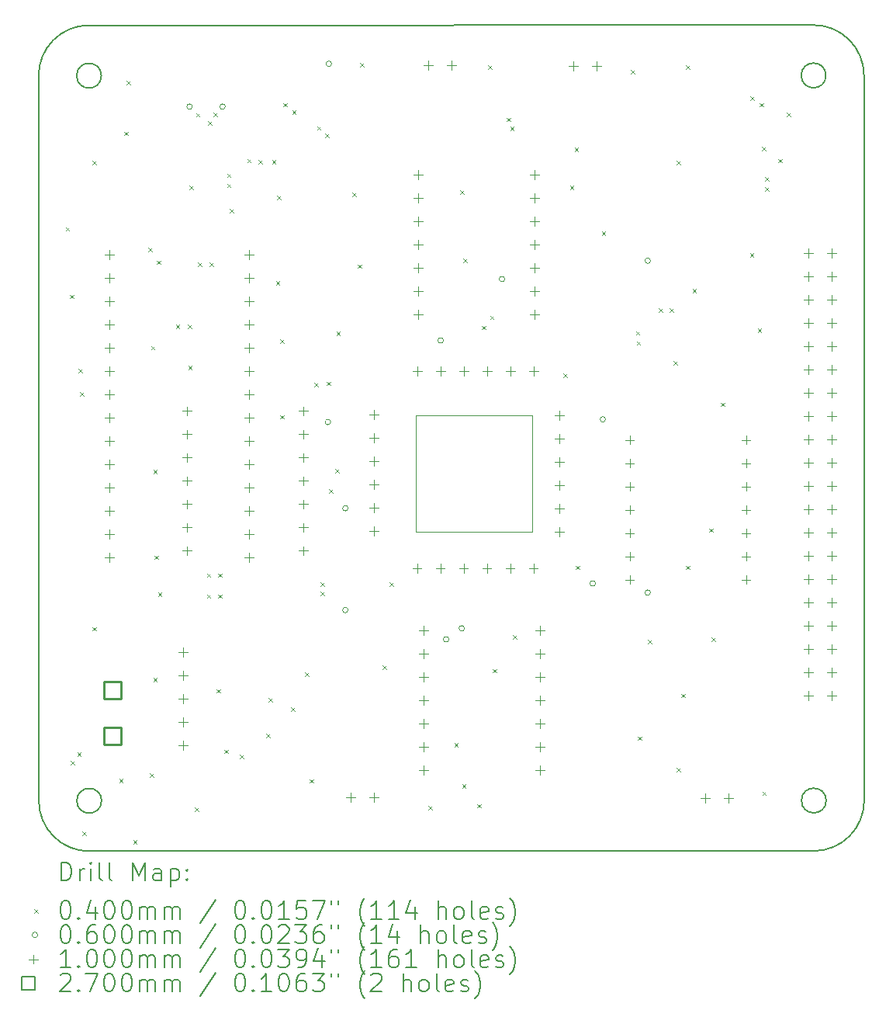
<source format=gbr>
%TF.GenerationSoftware,KiCad,Pcbnew,(6.0.8)*%
%TF.CreationDate,2023-03-18T14:48:20-05:00*%
%TF.ProjectId,board1,626f6172-6431-42e6-9b69-6361645f7063,rev?*%
%TF.SameCoordinates,Original*%
%TF.FileFunction,Drillmap*%
%TF.FilePolarity,Positive*%
%FSLAX45Y45*%
G04 Gerber Fmt 4.5, Leading zero omitted, Abs format (unit mm)*
G04 Created by KiCad (PCBNEW (6.0.8)) date 2023-03-18 14:48:20*
%MOMM*%
%LPD*%
G01*
G04 APERTURE LIST*
%ADD10C,0.200000*%
%ADD11C,0.100000*%
%ADD12C,0.040000*%
%ADD13C,0.060000*%
%ADD14C,0.270000*%
G04 APERTURE END LIST*
D10*
X16489620Y-12151750D02*
G75*
G03*
X16489620Y-12151750I-134620J0D01*
G01*
X8579620Y-4246750D02*
G75*
G03*
X8579620Y-4246750I-134620J0D01*
G01*
X8442500Y-3696750D02*
X16350000Y-3694250D01*
X16902500Y-4241761D02*
G75*
G03*
X16350000Y-3694250I-550006J-2494D01*
G01*
X16357489Y-12701750D02*
X8450000Y-12704250D01*
D11*
X13285580Y-9219490D02*
X12015580Y-9219490D01*
X12015580Y-9219490D02*
X12015580Y-7949490D01*
X12015580Y-7949490D02*
X13285580Y-7949490D01*
X13285580Y-7949490D02*
X13285580Y-9219490D01*
D10*
X7897500Y-12156739D02*
X7895000Y-4249250D01*
X7897500Y-12156739D02*
G75*
G03*
X8450000Y-12704250I550006J2494D01*
G01*
X16902500Y-4241761D02*
X16905000Y-12149250D01*
X8442511Y-3696750D02*
G75*
G03*
X7895000Y-4249250I2494J-550006D01*
G01*
X8582120Y-12154250D02*
G75*
G03*
X8582120Y-12154250I-134620J0D01*
G01*
X16487120Y-4244250D02*
G75*
G03*
X16487120Y-4244250I-134620J0D01*
G01*
X16357489Y-12701750D02*
G75*
G03*
X16905000Y-12149250I-2494J550006D01*
G01*
D12*
X8190000Y-5900000D02*
X8230000Y-5940000D01*
X8230000Y-5900000D02*
X8190000Y-5940000D01*
X8240000Y-6635000D02*
X8280000Y-6675000D01*
X8280000Y-6635000D02*
X8240000Y-6675000D01*
X8245000Y-11719250D02*
X8285000Y-11759250D01*
X8285000Y-11719250D02*
X8245000Y-11759250D01*
X8317450Y-11629250D02*
X8357450Y-11669250D01*
X8357450Y-11629250D02*
X8317450Y-11669250D01*
X8332500Y-7446750D02*
X8372500Y-7486750D01*
X8372500Y-7446750D02*
X8332500Y-7486750D01*
X8350050Y-7696750D02*
X8390050Y-7736750D01*
X8390050Y-7696750D02*
X8350050Y-7736750D01*
X8372500Y-12491750D02*
X8412500Y-12531750D01*
X8412500Y-12491750D02*
X8372500Y-12531750D01*
X8480000Y-10260000D02*
X8520000Y-10300000D01*
X8520000Y-10260000D02*
X8480000Y-10300000D01*
X8485000Y-5175000D02*
X8525000Y-5215000D01*
X8525000Y-5175000D02*
X8485000Y-5215000D01*
X8773730Y-11913020D02*
X8813730Y-11953020D01*
X8813730Y-11913020D02*
X8773730Y-11953020D01*
X8827500Y-4857500D02*
X8867500Y-4897500D01*
X8867500Y-4857500D02*
X8827500Y-4897500D01*
X8852500Y-4305000D02*
X8892500Y-4345000D01*
X8892500Y-4305000D02*
X8852500Y-4345000D01*
X8927500Y-12581750D02*
X8967500Y-12621750D01*
X8967500Y-12581750D02*
X8927500Y-12621750D01*
X9094950Y-6124250D02*
X9134950Y-6164250D01*
X9134950Y-6124250D02*
X9094950Y-6164250D01*
X9110000Y-11857500D02*
X9150000Y-11897500D01*
X9150000Y-11857500D02*
X9110000Y-11897500D01*
X9122500Y-7194250D02*
X9162500Y-7234250D01*
X9162500Y-7194250D02*
X9122500Y-7234250D01*
X9147500Y-8547500D02*
X9187500Y-8587500D01*
X9187500Y-8547500D02*
X9147500Y-8587500D01*
X9147500Y-10815000D02*
X9187500Y-10855000D01*
X9187500Y-10815000D02*
X9147500Y-10855000D01*
X9160000Y-9480000D02*
X9200000Y-9520000D01*
X9200000Y-9480000D02*
X9160000Y-9520000D01*
X9182500Y-6264250D02*
X9222500Y-6304250D01*
X9222500Y-6264250D02*
X9182500Y-6304250D01*
X9197500Y-9885000D02*
X9237500Y-9925000D01*
X9237500Y-9885000D02*
X9197500Y-9925000D01*
X9392500Y-6964250D02*
X9432500Y-7004250D01*
X9432500Y-6964250D02*
X9392500Y-7004250D01*
X9522500Y-6964250D02*
X9562500Y-7004250D01*
X9562500Y-6964250D02*
X9522500Y-7004250D01*
X9527500Y-7407500D02*
X9567500Y-7447500D01*
X9567500Y-7407500D02*
X9527500Y-7447500D01*
X9542500Y-5444250D02*
X9582500Y-5484250D01*
X9582500Y-5444250D02*
X9542500Y-5484250D01*
X9600000Y-12225000D02*
X9640000Y-12265000D01*
X9640000Y-12225000D02*
X9600000Y-12265000D01*
X9612500Y-4654250D02*
X9652500Y-4694250D01*
X9652500Y-4654250D02*
X9612500Y-4694250D01*
X9632500Y-6284250D02*
X9672500Y-6324250D01*
X9672500Y-6284250D02*
X9632500Y-6324250D01*
X9732500Y-9674250D02*
X9772500Y-9714250D01*
X9772500Y-9674250D02*
X9732500Y-9714250D01*
X9732500Y-9904250D02*
X9772500Y-9944250D01*
X9772500Y-9904250D02*
X9732500Y-9944250D01*
X9742500Y-4744250D02*
X9782500Y-4784250D01*
X9782500Y-4744250D02*
X9742500Y-4784250D01*
X9762500Y-6284250D02*
X9802500Y-6324250D01*
X9802500Y-6284250D02*
X9762500Y-6324250D01*
X9802500Y-4651800D02*
X9842500Y-4691800D01*
X9842500Y-4651800D02*
X9802500Y-4691800D01*
X9835000Y-10937500D02*
X9875000Y-10977500D01*
X9875000Y-10937500D02*
X9835000Y-10977500D01*
X9852500Y-9674250D02*
X9892500Y-9714250D01*
X9892500Y-9674250D02*
X9852500Y-9714250D01*
X9852500Y-9904250D02*
X9892500Y-9944250D01*
X9892500Y-9904250D02*
X9852500Y-9944250D01*
X9919790Y-11596920D02*
X9959790Y-11636920D01*
X9959790Y-11596920D02*
X9919790Y-11636920D01*
X9952500Y-5314250D02*
X9992500Y-5354250D01*
X9992500Y-5314250D02*
X9952500Y-5354250D01*
X9952500Y-5424250D02*
X9992500Y-5464250D01*
X9992500Y-5424250D02*
X9952500Y-5464250D01*
X9980000Y-5702500D02*
X10020000Y-5742500D01*
X10020000Y-5702500D02*
X9980000Y-5742500D01*
X10092500Y-11649250D02*
X10132500Y-11689250D01*
X10132500Y-11649250D02*
X10092500Y-11689250D01*
X10172500Y-5154250D02*
X10212500Y-5194250D01*
X10212500Y-5154250D02*
X10172500Y-5194250D01*
X10292500Y-5164250D02*
X10332500Y-5204250D01*
X10332500Y-5164250D02*
X10292500Y-5204250D01*
X10382240Y-11426490D02*
X10422240Y-11466490D01*
X10422240Y-11426490D02*
X10382240Y-11466490D01*
X10402500Y-11034250D02*
X10442500Y-11074250D01*
X10442500Y-11034250D02*
X10402500Y-11074250D01*
X10442500Y-5164250D02*
X10482500Y-5204250D01*
X10482500Y-5164250D02*
X10442500Y-5204250D01*
X10485000Y-6487500D02*
X10525000Y-6527500D01*
X10525000Y-6487500D02*
X10485000Y-6527500D01*
X10495000Y-5555000D02*
X10535000Y-5595000D01*
X10535000Y-5555000D02*
X10495000Y-5595000D01*
X10532500Y-7125000D02*
X10572500Y-7165000D01*
X10572500Y-7125000D02*
X10532500Y-7165000D01*
X10532500Y-7947500D02*
X10572500Y-7987500D01*
X10572500Y-7947500D02*
X10532500Y-7987500D01*
X10562500Y-4544250D02*
X10602500Y-4584250D01*
X10602500Y-4544250D02*
X10562500Y-4584250D01*
X10652500Y-11134250D02*
X10692500Y-11174250D01*
X10692500Y-11134250D02*
X10652500Y-11174250D01*
X10662500Y-4624250D02*
X10702500Y-4664250D01*
X10702500Y-4624250D02*
X10662500Y-4664250D01*
X10802500Y-10755000D02*
X10842500Y-10795000D01*
X10842500Y-10755000D02*
X10802500Y-10795000D01*
X10852500Y-11920000D02*
X10892500Y-11960000D01*
X10892500Y-11920000D02*
X10852500Y-11960000D01*
X10902500Y-7594250D02*
X10942500Y-7634250D01*
X10942500Y-7594250D02*
X10902500Y-7634250D01*
X10933730Y-4799200D02*
X10973730Y-4839200D01*
X10973730Y-4799200D02*
X10933730Y-4839200D01*
X10972500Y-9774250D02*
X11012500Y-9814250D01*
X11012500Y-9774250D02*
X10972500Y-9814250D01*
X10972500Y-9874200D02*
X11012500Y-9914200D01*
X11012500Y-9874200D02*
X10972500Y-9914200D01*
X11022500Y-4876700D02*
X11062500Y-4916700D01*
X11062500Y-4876700D02*
X11022500Y-4916700D01*
X11042500Y-7584250D02*
X11082500Y-7624250D01*
X11082500Y-7584250D02*
X11042500Y-7624250D01*
X11062500Y-8754250D02*
X11102500Y-8794250D01*
X11102500Y-8754250D02*
X11062500Y-8794250D01*
X11134950Y-8534250D02*
X11174950Y-8574250D01*
X11174950Y-8534250D02*
X11134950Y-8574250D01*
X11145000Y-7040000D02*
X11185000Y-7080000D01*
X11185000Y-7040000D02*
X11145000Y-7080000D01*
X11317500Y-5520000D02*
X11357500Y-5560000D01*
X11357500Y-5520000D02*
X11317500Y-5560000D01*
X11380000Y-6305000D02*
X11420000Y-6345000D01*
X11420000Y-6305000D02*
X11380000Y-6345000D01*
X11402500Y-4110000D02*
X11442500Y-4150000D01*
X11442500Y-4110000D02*
X11402500Y-4150000D01*
X11647500Y-10680000D02*
X11687500Y-10720000D01*
X11687500Y-10680000D02*
X11647500Y-10720000D01*
X11722500Y-9772500D02*
X11762500Y-9812500D01*
X11762500Y-9772500D02*
X11722500Y-9812500D01*
X12150000Y-12212500D02*
X12190000Y-12252500D01*
X12190000Y-12212500D02*
X12150000Y-12252500D01*
X12432500Y-11527500D02*
X12472500Y-11567500D01*
X12472500Y-11527500D02*
X12432500Y-11567500D01*
X12495000Y-5495000D02*
X12535000Y-5535000D01*
X12535000Y-5495000D02*
X12495000Y-5535000D01*
X12517500Y-11971800D02*
X12557500Y-12011800D01*
X12557500Y-11971800D02*
X12517500Y-12011800D01*
X12530000Y-6242500D02*
X12570000Y-6282500D01*
X12570000Y-6242500D02*
X12530000Y-6282500D01*
X12680990Y-12190470D02*
X12720990Y-12230470D01*
X12720990Y-12190470D02*
X12680990Y-12230470D01*
X12732500Y-6974250D02*
X12772500Y-7014250D01*
X12772500Y-6974250D02*
X12732500Y-7014250D01*
X12800000Y-4135000D02*
X12840000Y-4175000D01*
X12840000Y-4135000D02*
X12800000Y-4175000D01*
X12822500Y-6864250D02*
X12862500Y-6904250D01*
X12862500Y-6864250D02*
X12822500Y-6904250D01*
X12850000Y-10717500D02*
X12890000Y-10757500D01*
X12890000Y-10717500D02*
X12850000Y-10757500D01*
X13002500Y-4704250D02*
X13042500Y-4744250D01*
X13042500Y-4704250D02*
X13002500Y-4744250D01*
X13042500Y-4804250D02*
X13082500Y-4844250D01*
X13082500Y-4804250D02*
X13042500Y-4844250D01*
X13070000Y-10350000D02*
X13110000Y-10390000D01*
X13110000Y-10350000D02*
X13070000Y-10390000D01*
X13622500Y-7492500D02*
X13662500Y-7532500D01*
X13662500Y-7492500D02*
X13622500Y-7532500D01*
X13695000Y-5445000D02*
X13735000Y-5485000D01*
X13735000Y-5445000D02*
X13695000Y-5485000D01*
X13745000Y-5030000D02*
X13785000Y-5070000D01*
X13785000Y-5030000D02*
X13745000Y-5070000D01*
X13757500Y-9590000D02*
X13797500Y-9630000D01*
X13797500Y-9590000D02*
X13757500Y-9630000D01*
X14040000Y-5947500D02*
X14080000Y-5987500D01*
X14080000Y-5947500D02*
X14040000Y-5987500D01*
X14357500Y-4182500D02*
X14397500Y-4222500D01*
X14397500Y-4182500D02*
X14357500Y-4222500D01*
X14412500Y-7034250D02*
X14452500Y-7074250D01*
X14452500Y-7034250D02*
X14412500Y-7074250D01*
X14422500Y-7144250D02*
X14462500Y-7184250D01*
X14462500Y-7144250D02*
X14422500Y-7184250D01*
X14432500Y-11452500D02*
X14472500Y-11492500D01*
X14472500Y-11452500D02*
X14432500Y-11492500D01*
X14542500Y-10400000D02*
X14582500Y-10440000D01*
X14582500Y-10400000D02*
X14542500Y-10440000D01*
X14662500Y-6784250D02*
X14702500Y-6824250D01*
X14702500Y-6784250D02*
X14662500Y-6824250D01*
X14782500Y-6784250D02*
X14822500Y-6824250D01*
X14822500Y-6784250D02*
X14782500Y-6824250D01*
X14825000Y-7357500D02*
X14865000Y-7397500D01*
X14865000Y-7357500D02*
X14825000Y-7397500D01*
X14860000Y-5175000D02*
X14900000Y-5215000D01*
X14900000Y-5175000D02*
X14860000Y-5215000D01*
X14860000Y-11797500D02*
X14900000Y-11837500D01*
X14900000Y-11797500D02*
X14860000Y-11837500D01*
X14910000Y-10987500D02*
X14950000Y-11027500D01*
X14950000Y-10987500D02*
X14910000Y-11027500D01*
X14960000Y-4135000D02*
X15000000Y-4175000D01*
X15000000Y-4135000D02*
X14960000Y-4175000D01*
X14960000Y-9590000D02*
X15000000Y-9630000D01*
X15000000Y-9590000D02*
X14960000Y-9630000D01*
X15032500Y-6572500D02*
X15072500Y-6612500D01*
X15072500Y-6572500D02*
X15032500Y-6612500D01*
X15215000Y-9185000D02*
X15255000Y-9225000D01*
X15255000Y-9185000D02*
X15215000Y-9225000D01*
X15240000Y-10375000D02*
X15280000Y-10415000D01*
X15280000Y-10375000D02*
X15240000Y-10415000D01*
X15340000Y-7812500D02*
X15380000Y-7852500D01*
X15380000Y-7812500D02*
X15340000Y-7852500D01*
X15657500Y-6182500D02*
X15697500Y-6222500D01*
X15697500Y-6182500D02*
X15657500Y-6222500D01*
X15662500Y-4474250D02*
X15702500Y-4514250D01*
X15702500Y-4474250D02*
X15662500Y-4514250D01*
X15742500Y-7002500D02*
X15782500Y-7042500D01*
X15782500Y-7002500D02*
X15742500Y-7042500D01*
X15762500Y-4544250D02*
X15802500Y-4584250D01*
X15802500Y-4544250D02*
X15762500Y-4584250D01*
X15790000Y-5024250D02*
X15830000Y-5064250D01*
X15830000Y-5024250D02*
X15790000Y-5064250D01*
X15792500Y-12055000D02*
X15832500Y-12095000D01*
X15832500Y-12055000D02*
X15792500Y-12095000D01*
X15822500Y-5354250D02*
X15862500Y-5394250D01*
X15862500Y-5354250D02*
X15822500Y-5394250D01*
X15822500Y-5464250D02*
X15862500Y-5504250D01*
X15862500Y-5464250D02*
X15822500Y-5504250D01*
X15970000Y-5154250D02*
X16010000Y-5194250D01*
X16010000Y-5154250D02*
X15970000Y-5194250D01*
X16062500Y-4650000D02*
X16102500Y-4690000D01*
X16102500Y-4650000D02*
X16062500Y-4690000D01*
D13*
X9572500Y-4584250D02*
G75*
G03*
X9572500Y-4584250I-30000J0D01*
G01*
X9932500Y-4584250D02*
G75*
G03*
X9932500Y-4584250I-30000J0D01*
G01*
X11082500Y-8024250D02*
G75*
G03*
X11082500Y-8024250I-30000J0D01*
G01*
X11092500Y-4116250D02*
G75*
G03*
X11092500Y-4116250I-30000J0D01*
G01*
X11272500Y-8964250D02*
G75*
G03*
X11272500Y-8964250I-30000J0D01*
G01*
X11272500Y-10074250D02*
G75*
G03*
X11272500Y-10074250I-30000J0D01*
G01*
X12312240Y-7134510D02*
G75*
G03*
X12312240Y-7134510I-30000J0D01*
G01*
X12372500Y-10394250D02*
G75*
G03*
X12372500Y-10394250I-30000J0D01*
G01*
X12542500Y-10274250D02*
G75*
G03*
X12542500Y-10274250I-30000J0D01*
G01*
X12982500Y-6464250D02*
G75*
G03*
X12982500Y-6464250I-30000J0D01*
G01*
X13972500Y-9784250D02*
G75*
G03*
X13972500Y-9784250I-30000J0D01*
G01*
X14082500Y-7994250D02*
G75*
G03*
X14082500Y-7994250I-30000J0D01*
G01*
X14572500Y-6264250D02*
G75*
G03*
X14572500Y-6264250I-30000J0D01*
G01*
X14572500Y-9884250D02*
G75*
G03*
X14572500Y-9884250I-30000J0D01*
G01*
D11*
X8670500Y-6150750D02*
X8670500Y-6250750D01*
X8620500Y-6200750D02*
X8720500Y-6200750D01*
X8670500Y-6404750D02*
X8670500Y-6504750D01*
X8620500Y-6454750D02*
X8720500Y-6454750D01*
X8670500Y-6658750D02*
X8670500Y-6758750D01*
X8620500Y-6708750D02*
X8720500Y-6708750D01*
X8670500Y-6912750D02*
X8670500Y-7012750D01*
X8620500Y-6962750D02*
X8720500Y-6962750D01*
X8670500Y-7166750D02*
X8670500Y-7266750D01*
X8620500Y-7216750D02*
X8720500Y-7216750D01*
X8670500Y-7420750D02*
X8670500Y-7520750D01*
X8620500Y-7470750D02*
X8720500Y-7470750D01*
X8670500Y-7674750D02*
X8670500Y-7774750D01*
X8620500Y-7724750D02*
X8720500Y-7724750D01*
X8670500Y-7928750D02*
X8670500Y-8028750D01*
X8620500Y-7978750D02*
X8720500Y-7978750D01*
X8670500Y-8182750D02*
X8670500Y-8282750D01*
X8620500Y-8232750D02*
X8720500Y-8232750D01*
X8670500Y-8436750D02*
X8670500Y-8536750D01*
X8620500Y-8486750D02*
X8720500Y-8486750D01*
X8670500Y-8690750D02*
X8670500Y-8790750D01*
X8620500Y-8740750D02*
X8720500Y-8740750D01*
X8670500Y-8944750D02*
X8670500Y-9044750D01*
X8620500Y-8994750D02*
X8720500Y-8994750D01*
X8670500Y-9198750D02*
X8670500Y-9298750D01*
X8620500Y-9248750D02*
X8720500Y-9248750D01*
X8670500Y-9452750D02*
X8670500Y-9552750D01*
X8620500Y-9502750D02*
X8720500Y-9502750D01*
X9470000Y-10480130D02*
X9470000Y-10580130D01*
X9420000Y-10530130D02*
X9520000Y-10530130D01*
X9470000Y-10734130D02*
X9470000Y-10834130D01*
X9420000Y-10784130D02*
X9520000Y-10784130D01*
X9470000Y-10988130D02*
X9470000Y-11088130D01*
X9420000Y-11038130D02*
X9520000Y-11038130D01*
X9470000Y-11242130D02*
X9470000Y-11342130D01*
X9420000Y-11292130D02*
X9520000Y-11292130D01*
X9470000Y-11496130D02*
X9470000Y-11596130D01*
X9420000Y-11546130D02*
X9520000Y-11546130D01*
X9512500Y-7854250D02*
X9512500Y-7954250D01*
X9462500Y-7904250D02*
X9562500Y-7904250D01*
X9512500Y-8108250D02*
X9512500Y-8208250D01*
X9462500Y-8158250D02*
X9562500Y-8158250D01*
X9512500Y-8362250D02*
X9512500Y-8462250D01*
X9462500Y-8412250D02*
X9562500Y-8412250D01*
X9512500Y-8616250D02*
X9512500Y-8716250D01*
X9462500Y-8666250D02*
X9562500Y-8666250D01*
X9512500Y-8870250D02*
X9512500Y-8970250D01*
X9462500Y-8920250D02*
X9562500Y-8920250D01*
X9512500Y-9124250D02*
X9512500Y-9224250D01*
X9462500Y-9174250D02*
X9562500Y-9174250D01*
X9512500Y-9378250D02*
X9512500Y-9478250D01*
X9462500Y-9428250D02*
X9562500Y-9428250D01*
X10194500Y-6150750D02*
X10194500Y-6250750D01*
X10144500Y-6200750D02*
X10244500Y-6200750D01*
X10194500Y-6404750D02*
X10194500Y-6504750D01*
X10144500Y-6454750D02*
X10244500Y-6454750D01*
X10194500Y-6658750D02*
X10194500Y-6758750D01*
X10144500Y-6708750D02*
X10244500Y-6708750D01*
X10194500Y-6912750D02*
X10194500Y-7012750D01*
X10144500Y-6962750D02*
X10244500Y-6962750D01*
X10194500Y-7166750D02*
X10194500Y-7266750D01*
X10144500Y-7216750D02*
X10244500Y-7216750D01*
X10194500Y-7420750D02*
X10194500Y-7520750D01*
X10144500Y-7470750D02*
X10244500Y-7470750D01*
X10194500Y-7674750D02*
X10194500Y-7774750D01*
X10144500Y-7724750D02*
X10244500Y-7724750D01*
X10194500Y-7928750D02*
X10194500Y-8028750D01*
X10144500Y-7978750D02*
X10244500Y-7978750D01*
X10194500Y-8182750D02*
X10194500Y-8282750D01*
X10144500Y-8232750D02*
X10244500Y-8232750D01*
X10194500Y-8436750D02*
X10194500Y-8536750D01*
X10144500Y-8486750D02*
X10244500Y-8486750D01*
X10194500Y-8690750D02*
X10194500Y-8790750D01*
X10144500Y-8740750D02*
X10244500Y-8740750D01*
X10194500Y-8944750D02*
X10194500Y-9044750D01*
X10144500Y-8994750D02*
X10244500Y-8994750D01*
X10194500Y-9198750D02*
X10194500Y-9298750D01*
X10144500Y-9248750D02*
X10244500Y-9248750D01*
X10194500Y-9452750D02*
X10194500Y-9552750D01*
X10144500Y-9502750D02*
X10244500Y-9502750D01*
X10782500Y-7854250D02*
X10782500Y-7954250D01*
X10732500Y-7904250D02*
X10832500Y-7904250D01*
X10782500Y-8108250D02*
X10782500Y-8208250D01*
X10732500Y-8158250D02*
X10832500Y-8158250D01*
X10782500Y-8362250D02*
X10782500Y-8462250D01*
X10732500Y-8412250D02*
X10832500Y-8412250D01*
X10782500Y-8616250D02*
X10782500Y-8716250D01*
X10732500Y-8666250D02*
X10832500Y-8666250D01*
X10782500Y-8870250D02*
X10782500Y-8970250D01*
X10732500Y-8920250D02*
X10832500Y-8920250D01*
X10782500Y-9124250D02*
X10782500Y-9224250D01*
X10732500Y-9174250D02*
X10832500Y-9174250D01*
X10782500Y-9378250D02*
X10782500Y-9478250D01*
X10732500Y-9428250D02*
X10832500Y-9428250D01*
X11302680Y-12067690D02*
X11302680Y-12167690D01*
X11252680Y-12117690D02*
X11352680Y-12117690D01*
X11552500Y-7889250D02*
X11552500Y-7989250D01*
X11502500Y-7939250D02*
X11602500Y-7939250D01*
X11552500Y-8143250D02*
X11552500Y-8243250D01*
X11502500Y-8193250D02*
X11602500Y-8193250D01*
X11552500Y-8397250D02*
X11552500Y-8497250D01*
X11502500Y-8447250D02*
X11602500Y-8447250D01*
X11552500Y-8651250D02*
X11552500Y-8751250D01*
X11502500Y-8701250D02*
X11602500Y-8701250D01*
X11552500Y-8905250D02*
X11552500Y-9005250D01*
X11502500Y-8955250D02*
X11602500Y-8955250D01*
X11552500Y-9159250D02*
X11552500Y-9259250D01*
X11502500Y-9209250D02*
X11602500Y-9209250D01*
X11556680Y-12067690D02*
X11556680Y-12167690D01*
X11506680Y-12117690D02*
X11606680Y-12117690D01*
X12025000Y-9566750D02*
X12025000Y-9666750D01*
X11975000Y-9616750D02*
X12075000Y-9616750D01*
X12028240Y-7421750D02*
X12028240Y-7521750D01*
X11978240Y-7471750D02*
X12078240Y-7471750D01*
X12035900Y-5278500D02*
X12035900Y-5378500D01*
X11985900Y-5328500D02*
X12085900Y-5328500D01*
X12035900Y-5532500D02*
X12035900Y-5632500D01*
X11985900Y-5582500D02*
X12085900Y-5582500D01*
X12035900Y-5786500D02*
X12035900Y-5886500D01*
X11985900Y-5836500D02*
X12085900Y-5836500D01*
X12035900Y-6040500D02*
X12035900Y-6140500D01*
X11985900Y-6090500D02*
X12085900Y-6090500D01*
X12035900Y-6294500D02*
X12035900Y-6394500D01*
X11985900Y-6344500D02*
X12085900Y-6344500D01*
X12035900Y-6548500D02*
X12035900Y-6648500D01*
X11985900Y-6598500D02*
X12085900Y-6598500D01*
X12035900Y-6802500D02*
X12035900Y-6902500D01*
X11985900Y-6852500D02*
X12085900Y-6852500D01*
X12097500Y-10246000D02*
X12097500Y-10346000D01*
X12047500Y-10296000D02*
X12147500Y-10296000D01*
X12097500Y-10500000D02*
X12097500Y-10600000D01*
X12047500Y-10550000D02*
X12147500Y-10550000D01*
X12097500Y-10754000D02*
X12097500Y-10854000D01*
X12047500Y-10804000D02*
X12147500Y-10804000D01*
X12097500Y-11008000D02*
X12097500Y-11108000D01*
X12047500Y-11058000D02*
X12147500Y-11058000D01*
X12097500Y-11262000D02*
X12097500Y-11362000D01*
X12047500Y-11312000D02*
X12147500Y-11312000D01*
X12097500Y-11516000D02*
X12097500Y-11616000D01*
X12047500Y-11566000D02*
X12147500Y-11566000D01*
X12097500Y-11770000D02*
X12097500Y-11870000D01*
X12047500Y-11820000D02*
X12147500Y-11820000D01*
X12148500Y-4084250D02*
X12148500Y-4184250D01*
X12098500Y-4134250D02*
X12198500Y-4134250D01*
X12279000Y-9566750D02*
X12279000Y-9666750D01*
X12229000Y-9616750D02*
X12329000Y-9616750D01*
X12282240Y-7421750D02*
X12282240Y-7521750D01*
X12232240Y-7471750D02*
X12332240Y-7471750D01*
X12402500Y-4084250D02*
X12402500Y-4184250D01*
X12352500Y-4134250D02*
X12452500Y-4134250D01*
X12533000Y-9566750D02*
X12533000Y-9666750D01*
X12483000Y-9616750D02*
X12583000Y-9616750D01*
X12536240Y-7421750D02*
X12536240Y-7521750D01*
X12486240Y-7471750D02*
X12586240Y-7471750D01*
X12787000Y-9566750D02*
X12787000Y-9666750D01*
X12737000Y-9616750D02*
X12837000Y-9616750D01*
X12790240Y-7421750D02*
X12790240Y-7521750D01*
X12740240Y-7471750D02*
X12840240Y-7471750D01*
X13041000Y-9566750D02*
X13041000Y-9666750D01*
X12991000Y-9616750D02*
X13091000Y-9616750D01*
X13044240Y-7421750D02*
X13044240Y-7521750D01*
X12994240Y-7471750D02*
X13094240Y-7471750D01*
X13295000Y-9566750D02*
X13295000Y-9666750D01*
X13245000Y-9616750D02*
X13345000Y-9616750D01*
X13298240Y-7421750D02*
X13298240Y-7521750D01*
X13248240Y-7471750D02*
X13348240Y-7471750D01*
X13305900Y-5278500D02*
X13305900Y-5378500D01*
X13255900Y-5328500D02*
X13355900Y-5328500D01*
X13305900Y-5532500D02*
X13305900Y-5632500D01*
X13255900Y-5582500D02*
X13355900Y-5582500D01*
X13305900Y-5786500D02*
X13305900Y-5886500D01*
X13255900Y-5836500D02*
X13355900Y-5836500D01*
X13305900Y-6040500D02*
X13305900Y-6140500D01*
X13255900Y-6090500D02*
X13355900Y-6090500D01*
X13305900Y-6294500D02*
X13305900Y-6394500D01*
X13255900Y-6344500D02*
X13355900Y-6344500D01*
X13305900Y-6548500D02*
X13305900Y-6648500D01*
X13255900Y-6598500D02*
X13355900Y-6598500D01*
X13305900Y-6802500D02*
X13305900Y-6902500D01*
X13255900Y-6852500D02*
X13355900Y-6852500D01*
X13367500Y-10246000D02*
X13367500Y-10346000D01*
X13317500Y-10296000D02*
X13417500Y-10296000D01*
X13367500Y-10500000D02*
X13367500Y-10600000D01*
X13317500Y-10550000D02*
X13417500Y-10550000D01*
X13367500Y-10754000D02*
X13367500Y-10854000D01*
X13317500Y-10804000D02*
X13417500Y-10804000D01*
X13367500Y-11008000D02*
X13367500Y-11108000D01*
X13317500Y-11058000D02*
X13417500Y-11058000D01*
X13367500Y-11262000D02*
X13367500Y-11362000D01*
X13317500Y-11312000D02*
X13417500Y-11312000D01*
X13367500Y-11516000D02*
X13367500Y-11616000D01*
X13317500Y-11566000D02*
X13417500Y-11566000D01*
X13367500Y-11770000D02*
X13367500Y-11870000D01*
X13317500Y-11820000D02*
X13417500Y-11820000D01*
X13577500Y-7902500D02*
X13577500Y-8002500D01*
X13527500Y-7952500D02*
X13627500Y-7952500D01*
X13577500Y-8156500D02*
X13577500Y-8256500D01*
X13527500Y-8206500D02*
X13627500Y-8206500D01*
X13577500Y-8410500D02*
X13577500Y-8510500D01*
X13527500Y-8460500D02*
X13627500Y-8460500D01*
X13577500Y-8664500D02*
X13577500Y-8764500D01*
X13527500Y-8714500D02*
X13627500Y-8714500D01*
X13577500Y-8918500D02*
X13577500Y-9018500D01*
X13527500Y-8968500D02*
X13627500Y-8968500D01*
X13577500Y-9172500D02*
X13577500Y-9272500D01*
X13527500Y-9222500D02*
X13627500Y-9222500D01*
X13732500Y-4094250D02*
X13732500Y-4194250D01*
X13682500Y-4144250D02*
X13782500Y-4144250D01*
X13986500Y-4094250D02*
X13986500Y-4194250D01*
X13936500Y-4144250D02*
X14036500Y-4144250D01*
X14345000Y-8168500D02*
X14345000Y-8268500D01*
X14295000Y-8218500D02*
X14395000Y-8218500D01*
X14345000Y-8422500D02*
X14345000Y-8522500D01*
X14295000Y-8472500D02*
X14395000Y-8472500D01*
X14345000Y-8676500D02*
X14345000Y-8776500D01*
X14295000Y-8726500D02*
X14395000Y-8726500D01*
X14345000Y-8930500D02*
X14345000Y-9030500D01*
X14295000Y-8980500D02*
X14395000Y-8980500D01*
X14345000Y-9184500D02*
X14345000Y-9284500D01*
X14295000Y-9234500D02*
X14395000Y-9234500D01*
X14345000Y-9438500D02*
X14345000Y-9538500D01*
X14295000Y-9488500D02*
X14395000Y-9488500D01*
X14345000Y-9692500D02*
X14345000Y-9792500D01*
X14295000Y-9742500D02*
X14395000Y-9742500D01*
X15171000Y-12074250D02*
X15171000Y-12174250D01*
X15121000Y-12124250D02*
X15221000Y-12124250D01*
X15425000Y-12074250D02*
X15425000Y-12174250D01*
X15375000Y-12124250D02*
X15475000Y-12124250D01*
X15615000Y-8168500D02*
X15615000Y-8268500D01*
X15565000Y-8218500D02*
X15665000Y-8218500D01*
X15615000Y-8422500D02*
X15615000Y-8522500D01*
X15565000Y-8472500D02*
X15665000Y-8472500D01*
X15615000Y-8676500D02*
X15615000Y-8776500D01*
X15565000Y-8726500D02*
X15665000Y-8726500D01*
X15615000Y-8930500D02*
X15615000Y-9030500D01*
X15565000Y-8980500D02*
X15665000Y-8980500D01*
X15615000Y-9184500D02*
X15615000Y-9284500D01*
X15565000Y-9234500D02*
X15665000Y-9234500D01*
X15615000Y-9438500D02*
X15615000Y-9538500D01*
X15565000Y-9488500D02*
X15665000Y-9488500D01*
X15615000Y-9692500D02*
X15615000Y-9792500D01*
X15565000Y-9742500D02*
X15665000Y-9742500D01*
X16294450Y-6130780D02*
X16294450Y-6230780D01*
X16244450Y-6180780D02*
X16344450Y-6180780D01*
X16294450Y-6384780D02*
X16294450Y-6484780D01*
X16244450Y-6434780D02*
X16344450Y-6434780D01*
X16294450Y-6638780D02*
X16294450Y-6738780D01*
X16244450Y-6688780D02*
X16344450Y-6688780D01*
X16294450Y-6892780D02*
X16294450Y-6992780D01*
X16244450Y-6942780D02*
X16344450Y-6942780D01*
X16294450Y-7146780D02*
X16294450Y-7246780D01*
X16244450Y-7196780D02*
X16344450Y-7196780D01*
X16294450Y-7400780D02*
X16294450Y-7500780D01*
X16244450Y-7450780D02*
X16344450Y-7450780D01*
X16294450Y-7654780D02*
X16294450Y-7754780D01*
X16244450Y-7704780D02*
X16344450Y-7704780D01*
X16294450Y-7908780D02*
X16294450Y-8008780D01*
X16244450Y-7958780D02*
X16344450Y-7958780D01*
X16294450Y-8162780D02*
X16294450Y-8262780D01*
X16244450Y-8212780D02*
X16344450Y-8212780D01*
X16294450Y-8416780D02*
X16294450Y-8516780D01*
X16244450Y-8466780D02*
X16344450Y-8466780D01*
X16294450Y-8670780D02*
X16294450Y-8770780D01*
X16244450Y-8720780D02*
X16344450Y-8720780D01*
X16294450Y-8924780D02*
X16294450Y-9024780D01*
X16244450Y-8974780D02*
X16344450Y-8974780D01*
X16294450Y-9178780D02*
X16294450Y-9278780D01*
X16244450Y-9228780D02*
X16344450Y-9228780D01*
X16294450Y-9432780D02*
X16294450Y-9532780D01*
X16244450Y-9482780D02*
X16344450Y-9482780D01*
X16294450Y-9686780D02*
X16294450Y-9786780D01*
X16244450Y-9736780D02*
X16344450Y-9736780D01*
X16294450Y-9940780D02*
X16294450Y-10040780D01*
X16244450Y-9990780D02*
X16344450Y-9990780D01*
X16294450Y-10194780D02*
X16294450Y-10294780D01*
X16244450Y-10244780D02*
X16344450Y-10244780D01*
X16294450Y-10448780D02*
X16294450Y-10548780D01*
X16244450Y-10498780D02*
X16344450Y-10498780D01*
X16294450Y-10702780D02*
X16294450Y-10802780D01*
X16244450Y-10752780D02*
X16344450Y-10752780D01*
X16294450Y-10956780D02*
X16294450Y-11056780D01*
X16244450Y-11006780D02*
X16344450Y-11006780D01*
X16548450Y-6130780D02*
X16548450Y-6230780D01*
X16498450Y-6180780D02*
X16598450Y-6180780D01*
X16548450Y-6384780D02*
X16548450Y-6484780D01*
X16498450Y-6434780D02*
X16598450Y-6434780D01*
X16548450Y-6638780D02*
X16548450Y-6738780D01*
X16498450Y-6688780D02*
X16598450Y-6688780D01*
X16548450Y-6892780D02*
X16548450Y-6992780D01*
X16498450Y-6942780D02*
X16598450Y-6942780D01*
X16548450Y-7146780D02*
X16548450Y-7246780D01*
X16498450Y-7196780D02*
X16598450Y-7196780D01*
X16548450Y-7400780D02*
X16548450Y-7500780D01*
X16498450Y-7450780D02*
X16598450Y-7450780D01*
X16548450Y-7654780D02*
X16548450Y-7754780D01*
X16498450Y-7704780D02*
X16598450Y-7704780D01*
X16548450Y-7908780D02*
X16548450Y-8008780D01*
X16498450Y-7958780D02*
X16598450Y-7958780D01*
X16548450Y-8162780D02*
X16548450Y-8262780D01*
X16498450Y-8212780D02*
X16598450Y-8212780D01*
X16548450Y-8416780D02*
X16548450Y-8516780D01*
X16498450Y-8466780D02*
X16598450Y-8466780D01*
X16548450Y-8670780D02*
X16548450Y-8770780D01*
X16498450Y-8720780D02*
X16598450Y-8720780D01*
X16548450Y-8924780D02*
X16548450Y-9024780D01*
X16498450Y-8974780D02*
X16598450Y-8974780D01*
X16548450Y-9178780D02*
X16548450Y-9278780D01*
X16498450Y-9228780D02*
X16598450Y-9228780D01*
X16548450Y-9432780D02*
X16548450Y-9532780D01*
X16498450Y-9482780D02*
X16598450Y-9482780D01*
X16548450Y-9686780D02*
X16548450Y-9786780D01*
X16498450Y-9736780D02*
X16598450Y-9736780D01*
X16548450Y-9940780D02*
X16548450Y-10040780D01*
X16498450Y-9990780D02*
X16598450Y-9990780D01*
X16548450Y-10194780D02*
X16548450Y-10294780D01*
X16498450Y-10244780D02*
X16598450Y-10244780D01*
X16548450Y-10448780D02*
X16548450Y-10548780D01*
X16498450Y-10498780D02*
X16598450Y-10498780D01*
X16548450Y-10702780D02*
X16548450Y-10802780D01*
X16498450Y-10752780D02*
X16598450Y-10752780D01*
X16548450Y-10956780D02*
X16548450Y-11056780D01*
X16498450Y-11006780D02*
X16598450Y-11006780D01*
D14*
X8795460Y-11042210D02*
X8795460Y-10851290D01*
X8604540Y-10851290D01*
X8604540Y-11042210D01*
X8795460Y-11042210D01*
X8795460Y-11542210D02*
X8795460Y-11351290D01*
X8604540Y-11351290D01*
X8604540Y-11542210D01*
X8795460Y-11542210D01*
D10*
X8142613Y-13024732D02*
X8142613Y-12824732D01*
X8190232Y-12824732D01*
X8218804Y-12834256D01*
X8237851Y-12853303D01*
X8247375Y-12872351D01*
X8256899Y-12910446D01*
X8256899Y-12939017D01*
X8247375Y-12977113D01*
X8237851Y-12996160D01*
X8218804Y-13015208D01*
X8190232Y-13024732D01*
X8142613Y-13024732D01*
X8342613Y-13024732D02*
X8342613Y-12891398D01*
X8342613Y-12929494D02*
X8352137Y-12910446D01*
X8361661Y-12900922D01*
X8380709Y-12891398D01*
X8399756Y-12891398D01*
X8466423Y-13024732D02*
X8466423Y-12891398D01*
X8466423Y-12824732D02*
X8456899Y-12834256D01*
X8466423Y-12843779D01*
X8475947Y-12834256D01*
X8466423Y-12824732D01*
X8466423Y-12843779D01*
X8590232Y-13024732D02*
X8571185Y-13015208D01*
X8561661Y-12996160D01*
X8561661Y-12824732D01*
X8694994Y-13024732D02*
X8675947Y-13015208D01*
X8666423Y-12996160D01*
X8666423Y-12824732D01*
X8923566Y-13024732D02*
X8923566Y-12824732D01*
X8990232Y-12967589D01*
X9056899Y-12824732D01*
X9056899Y-13024732D01*
X9237852Y-13024732D02*
X9237852Y-12919970D01*
X9228328Y-12900922D01*
X9209280Y-12891398D01*
X9171185Y-12891398D01*
X9152137Y-12900922D01*
X9237852Y-13015208D02*
X9218804Y-13024732D01*
X9171185Y-13024732D01*
X9152137Y-13015208D01*
X9142613Y-12996160D01*
X9142613Y-12977113D01*
X9152137Y-12958065D01*
X9171185Y-12948541D01*
X9218804Y-12948541D01*
X9237852Y-12939017D01*
X9333090Y-12891398D02*
X9333090Y-13091398D01*
X9333090Y-12900922D02*
X9352137Y-12891398D01*
X9390232Y-12891398D01*
X9409280Y-12900922D01*
X9418804Y-12910446D01*
X9428328Y-12929494D01*
X9428328Y-12986636D01*
X9418804Y-13005684D01*
X9409280Y-13015208D01*
X9390232Y-13024732D01*
X9352137Y-13024732D01*
X9333090Y-13015208D01*
X9514042Y-13005684D02*
X9523566Y-13015208D01*
X9514042Y-13024732D01*
X9504518Y-13015208D01*
X9514042Y-13005684D01*
X9514042Y-13024732D01*
X9514042Y-12900922D02*
X9523566Y-12910446D01*
X9514042Y-12919970D01*
X9504518Y-12910446D01*
X9514042Y-12900922D01*
X9514042Y-12919970D01*
D12*
X7844994Y-13334256D02*
X7884994Y-13374256D01*
X7884994Y-13334256D02*
X7844994Y-13374256D01*
D10*
X8180709Y-13244732D02*
X8199756Y-13244732D01*
X8218804Y-13254256D01*
X8228328Y-13263779D01*
X8237851Y-13282827D01*
X8247375Y-13320922D01*
X8247375Y-13368541D01*
X8237851Y-13406636D01*
X8228328Y-13425684D01*
X8218804Y-13435208D01*
X8199756Y-13444732D01*
X8180709Y-13444732D01*
X8161661Y-13435208D01*
X8152137Y-13425684D01*
X8142613Y-13406636D01*
X8133090Y-13368541D01*
X8133090Y-13320922D01*
X8142613Y-13282827D01*
X8152137Y-13263779D01*
X8161661Y-13254256D01*
X8180709Y-13244732D01*
X8333090Y-13425684D02*
X8342613Y-13435208D01*
X8333090Y-13444732D01*
X8323566Y-13435208D01*
X8333090Y-13425684D01*
X8333090Y-13444732D01*
X8514042Y-13311398D02*
X8514042Y-13444732D01*
X8466423Y-13235208D02*
X8418804Y-13378065D01*
X8542613Y-13378065D01*
X8656899Y-13244732D02*
X8675947Y-13244732D01*
X8694994Y-13254256D01*
X8704518Y-13263779D01*
X8714042Y-13282827D01*
X8723566Y-13320922D01*
X8723566Y-13368541D01*
X8714042Y-13406636D01*
X8704518Y-13425684D01*
X8694994Y-13435208D01*
X8675947Y-13444732D01*
X8656899Y-13444732D01*
X8637852Y-13435208D01*
X8628328Y-13425684D01*
X8618804Y-13406636D01*
X8609280Y-13368541D01*
X8609280Y-13320922D01*
X8618804Y-13282827D01*
X8628328Y-13263779D01*
X8637852Y-13254256D01*
X8656899Y-13244732D01*
X8847375Y-13244732D02*
X8866423Y-13244732D01*
X8885471Y-13254256D01*
X8894994Y-13263779D01*
X8904518Y-13282827D01*
X8914042Y-13320922D01*
X8914042Y-13368541D01*
X8904518Y-13406636D01*
X8894994Y-13425684D01*
X8885471Y-13435208D01*
X8866423Y-13444732D01*
X8847375Y-13444732D01*
X8828328Y-13435208D01*
X8818804Y-13425684D01*
X8809280Y-13406636D01*
X8799756Y-13368541D01*
X8799756Y-13320922D01*
X8809280Y-13282827D01*
X8818804Y-13263779D01*
X8828328Y-13254256D01*
X8847375Y-13244732D01*
X8999756Y-13444732D02*
X8999756Y-13311398D01*
X8999756Y-13330446D02*
X9009280Y-13320922D01*
X9028328Y-13311398D01*
X9056899Y-13311398D01*
X9075947Y-13320922D01*
X9085471Y-13339970D01*
X9085471Y-13444732D01*
X9085471Y-13339970D02*
X9094994Y-13320922D01*
X9114042Y-13311398D01*
X9142613Y-13311398D01*
X9161661Y-13320922D01*
X9171185Y-13339970D01*
X9171185Y-13444732D01*
X9266423Y-13444732D02*
X9266423Y-13311398D01*
X9266423Y-13330446D02*
X9275947Y-13320922D01*
X9294994Y-13311398D01*
X9323566Y-13311398D01*
X9342613Y-13320922D01*
X9352137Y-13339970D01*
X9352137Y-13444732D01*
X9352137Y-13339970D02*
X9361661Y-13320922D01*
X9380709Y-13311398D01*
X9409280Y-13311398D01*
X9428328Y-13320922D01*
X9437852Y-13339970D01*
X9437852Y-13444732D01*
X9828328Y-13235208D02*
X9656899Y-13492351D01*
X10085471Y-13244732D02*
X10104518Y-13244732D01*
X10123566Y-13254256D01*
X10133090Y-13263779D01*
X10142613Y-13282827D01*
X10152137Y-13320922D01*
X10152137Y-13368541D01*
X10142613Y-13406636D01*
X10133090Y-13425684D01*
X10123566Y-13435208D01*
X10104518Y-13444732D01*
X10085471Y-13444732D01*
X10066423Y-13435208D01*
X10056899Y-13425684D01*
X10047375Y-13406636D01*
X10037852Y-13368541D01*
X10037852Y-13320922D01*
X10047375Y-13282827D01*
X10056899Y-13263779D01*
X10066423Y-13254256D01*
X10085471Y-13244732D01*
X10237852Y-13425684D02*
X10247375Y-13435208D01*
X10237852Y-13444732D01*
X10228328Y-13435208D01*
X10237852Y-13425684D01*
X10237852Y-13444732D01*
X10371185Y-13244732D02*
X10390232Y-13244732D01*
X10409280Y-13254256D01*
X10418804Y-13263779D01*
X10428328Y-13282827D01*
X10437852Y-13320922D01*
X10437852Y-13368541D01*
X10428328Y-13406636D01*
X10418804Y-13425684D01*
X10409280Y-13435208D01*
X10390232Y-13444732D01*
X10371185Y-13444732D01*
X10352137Y-13435208D01*
X10342613Y-13425684D01*
X10333090Y-13406636D01*
X10323566Y-13368541D01*
X10323566Y-13320922D01*
X10333090Y-13282827D01*
X10342613Y-13263779D01*
X10352137Y-13254256D01*
X10371185Y-13244732D01*
X10628328Y-13444732D02*
X10514042Y-13444732D01*
X10571185Y-13444732D02*
X10571185Y-13244732D01*
X10552137Y-13273303D01*
X10533090Y-13292351D01*
X10514042Y-13301875D01*
X10809280Y-13244732D02*
X10714042Y-13244732D01*
X10704518Y-13339970D01*
X10714042Y-13330446D01*
X10733090Y-13320922D01*
X10780709Y-13320922D01*
X10799756Y-13330446D01*
X10809280Y-13339970D01*
X10818804Y-13359017D01*
X10818804Y-13406636D01*
X10809280Y-13425684D01*
X10799756Y-13435208D01*
X10780709Y-13444732D01*
X10733090Y-13444732D01*
X10714042Y-13435208D01*
X10704518Y-13425684D01*
X10885471Y-13244732D02*
X11018804Y-13244732D01*
X10933090Y-13444732D01*
X11085471Y-13244732D02*
X11085471Y-13282827D01*
X11161661Y-13244732D02*
X11161661Y-13282827D01*
X11456899Y-13520922D02*
X11447375Y-13511398D01*
X11428328Y-13482827D01*
X11418804Y-13463779D01*
X11409280Y-13435208D01*
X11399756Y-13387589D01*
X11399756Y-13349494D01*
X11409280Y-13301875D01*
X11418804Y-13273303D01*
X11428328Y-13254256D01*
X11447375Y-13225684D01*
X11456899Y-13216160D01*
X11637851Y-13444732D02*
X11523566Y-13444732D01*
X11580709Y-13444732D02*
X11580709Y-13244732D01*
X11561661Y-13273303D01*
X11542613Y-13292351D01*
X11523566Y-13301875D01*
X11828328Y-13444732D02*
X11714042Y-13444732D01*
X11771185Y-13444732D02*
X11771185Y-13244732D01*
X11752137Y-13273303D01*
X11733090Y-13292351D01*
X11714042Y-13301875D01*
X11999756Y-13311398D02*
X11999756Y-13444732D01*
X11952137Y-13235208D02*
X11904518Y-13378065D01*
X12028328Y-13378065D01*
X12256899Y-13444732D02*
X12256899Y-13244732D01*
X12342613Y-13444732D02*
X12342613Y-13339970D01*
X12333090Y-13320922D01*
X12314042Y-13311398D01*
X12285470Y-13311398D01*
X12266423Y-13320922D01*
X12256899Y-13330446D01*
X12466423Y-13444732D02*
X12447375Y-13435208D01*
X12437851Y-13425684D01*
X12428328Y-13406636D01*
X12428328Y-13349494D01*
X12437851Y-13330446D01*
X12447375Y-13320922D01*
X12466423Y-13311398D01*
X12494994Y-13311398D01*
X12514042Y-13320922D01*
X12523566Y-13330446D01*
X12533090Y-13349494D01*
X12533090Y-13406636D01*
X12523566Y-13425684D01*
X12514042Y-13435208D01*
X12494994Y-13444732D01*
X12466423Y-13444732D01*
X12647375Y-13444732D02*
X12628328Y-13435208D01*
X12618804Y-13416160D01*
X12618804Y-13244732D01*
X12799756Y-13435208D02*
X12780709Y-13444732D01*
X12742613Y-13444732D01*
X12723566Y-13435208D01*
X12714042Y-13416160D01*
X12714042Y-13339970D01*
X12723566Y-13320922D01*
X12742613Y-13311398D01*
X12780709Y-13311398D01*
X12799756Y-13320922D01*
X12809280Y-13339970D01*
X12809280Y-13359017D01*
X12714042Y-13378065D01*
X12885470Y-13435208D02*
X12904518Y-13444732D01*
X12942613Y-13444732D01*
X12961661Y-13435208D01*
X12971185Y-13416160D01*
X12971185Y-13406636D01*
X12961661Y-13387589D01*
X12942613Y-13378065D01*
X12914042Y-13378065D01*
X12894994Y-13368541D01*
X12885470Y-13349494D01*
X12885470Y-13339970D01*
X12894994Y-13320922D01*
X12914042Y-13311398D01*
X12942613Y-13311398D01*
X12961661Y-13320922D01*
X13037851Y-13520922D02*
X13047375Y-13511398D01*
X13066423Y-13482827D01*
X13075947Y-13463779D01*
X13085470Y-13435208D01*
X13094994Y-13387589D01*
X13094994Y-13349494D01*
X13085470Y-13301875D01*
X13075947Y-13273303D01*
X13066423Y-13254256D01*
X13047375Y-13225684D01*
X13037851Y-13216160D01*
D13*
X7884994Y-13618256D02*
G75*
G03*
X7884994Y-13618256I-30000J0D01*
G01*
D10*
X8180709Y-13508732D02*
X8199756Y-13508732D01*
X8218804Y-13518256D01*
X8228328Y-13527779D01*
X8237851Y-13546827D01*
X8247375Y-13584922D01*
X8247375Y-13632541D01*
X8237851Y-13670636D01*
X8228328Y-13689684D01*
X8218804Y-13699208D01*
X8199756Y-13708732D01*
X8180709Y-13708732D01*
X8161661Y-13699208D01*
X8152137Y-13689684D01*
X8142613Y-13670636D01*
X8133090Y-13632541D01*
X8133090Y-13584922D01*
X8142613Y-13546827D01*
X8152137Y-13527779D01*
X8161661Y-13518256D01*
X8180709Y-13508732D01*
X8333090Y-13689684D02*
X8342613Y-13699208D01*
X8333090Y-13708732D01*
X8323566Y-13699208D01*
X8333090Y-13689684D01*
X8333090Y-13708732D01*
X8514042Y-13508732D02*
X8475947Y-13508732D01*
X8456899Y-13518256D01*
X8447375Y-13527779D01*
X8428328Y-13556351D01*
X8418804Y-13594446D01*
X8418804Y-13670636D01*
X8428328Y-13689684D01*
X8437852Y-13699208D01*
X8456899Y-13708732D01*
X8494994Y-13708732D01*
X8514042Y-13699208D01*
X8523566Y-13689684D01*
X8533090Y-13670636D01*
X8533090Y-13623017D01*
X8523566Y-13603970D01*
X8514042Y-13594446D01*
X8494994Y-13584922D01*
X8456899Y-13584922D01*
X8437852Y-13594446D01*
X8428328Y-13603970D01*
X8418804Y-13623017D01*
X8656899Y-13508732D02*
X8675947Y-13508732D01*
X8694994Y-13518256D01*
X8704518Y-13527779D01*
X8714042Y-13546827D01*
X8723566Y-13584922D01*
X8723566Y-13632541D01*
X8714042Y-13670636D01*
X8704518Y-13689684D01*
X8694994Y-13699208D01*
X8675947Y-13708732D01*
X8656899Y-13708732D01*
X8637852Y-13699208D01*
X8628328Y-13689684D01*
X8618804Y-13670636D01*
X8609280Y-13632541D01*
X8609280Y-13584922D01*
X8618804Y-13546827D01*
X8628328Y-13527779D01*
X8637852Y-13518256D01*
X8656899Y-13508732D01*
X8847375Y-13508732D02*
X8866423Y-13508732D01*
X8885471Y-13518256D01*
X8894994Y-13527779D01*
X8904518Y-13546827D01*
X8914042Y-13584922D01*
X8914042Y-13632541D01*
X8904518Y-13670636D01*
X8894994Y-13689684D01*
X8885471Y-13699208D01*
X8866423Y-13708732D01*
X8847375Y-13708732D01*
X8828328Y-13699208D01*
X8818804Y-13689684D01*
X8809280Y-13670636D01*
X8799756Y-13632541D01*
X8799756Y-13584922D01*
X8809280Y-13546827D01*
X8818804Y-13527779D01*
X8828328Y-13518256D01*
X8847375Y-13508732D01*
X8999756Y-13708732D02*
X8999756Y-13575398D01*
X8999756Y-13594446D02*
X9009280Y-13584922D01*
X9028328Y-13575398D01*
X9056899Y-13575398D01*
X9075947Y-13584922D01*
X9085471Y-13603970D01*
X9085471Y-13708732D01*
X9085471Y-13603970D02*
X9094994Y-13584922D01*
X9114042Y-13575398D01*
X9142613Y-13575398D01*
X9161661Y-13584922D01*
X9171185Y-13603970D01*
X9171185Y-13708732D01*
X9266423Y-13708732D02*
X9266423Y-13575398D01*
X9266423Y-13594446D02*
X9275947Y-13584922D01*
X9294994Y-13575398D01*
X9323566Y-13575398D01*
X9342613Y-13584922D01*
X9352137Y-13603970D01*
X9352137Y-13708732D01*
X9352137Y-13603970D02*
X9361661Y-13584922D01*
X9380709Y-13575398D01*
X9409280Y-13575398D01*
X9428328Y-13584922D01*
X9437852Y-13603970D01*
X9437852Y-13708732D01*
X9828328Y-13499208D02*
X9656899Y-13756351D01*
X10085471Y-13508732D02*
X10104518Y-13508732D01*
X10123566Y-13518256D01*
X10133090Y-13527779D01*
X10142613Y-13546827D01*
X10152137Y-13584922D01*
X10152137Y-13632541D01*
X10142613Y-13670636D01*
X10133090Y-13689684D01*
X10123566Y-13699208D01*
X10104518Y-13708732D01*
X10085471Y-13708732D01*
X10066423Y-13699208D01*
X10056899Y-13689684D01*
X10047375Y-13670636D01*
X10037852Y-13632541D01*
X10037852Y-13584922D01*
X10047375Y-13546827D01*
X10056899Y-13527779D01*
X10066423Y-13518256D01*
X10085471Y-13508732D01*
X10237852Y-13689684D02*
X10247375Y-13699208D01*
X10237852Y-13708732D01*
X10228328Y-13699208D01*
X10237852Y-13689684D01*
X10237852Y-13708732D01*
X10371185Y-13508732D02*
X10390232Y-13508732D01*
X10409280Y-13518256D01*
X10418804Y-13527779D01*
X10428328Y-13546827D01*
X10437852Y-13584922D01*
X10437852Y-13632541D01*
X10428328Y-13670636D01*
X10418804Y-13689684D01*
X10409280Y-13699208D01*
X10390232Y-13708732D01*
X10371185Y-13708732D01*
X10352137Y-13699208D01*
X10342613Y-13689684D01*
X10333090Y-13670636D01*
X10323566Y-13632541D01*
X10323566Y-13584922D01*
X10333090Y-13546827D01*
X10342613Y-13527779D01*
X10352137Y-13518256D01*
X10371185Y-13508732D01*
X10514042Y-13527779D02*
X10523566Y-13518256D01*
X10542613Y-13508732D01*
X10590232Y-13508732D01*
X10609280Y-13518256D01*
X10618804Y-13527779D01*
X10628328Y-13546827D01*
X10628328Y-13565875D01*
X10618804Y-13594446D01*
X10504518Y-13708732D01*
X10628328Y-13708732D01*
X10694994Y-13508732D02*
X10818804Y-13508732D01*
X10752137Y-13584922D01*
X10780709Y-13584922D01*
X10799756Y-13594446D01*
X10809280Y-13603970D01*
X10818804Y-13623017D01*
X10818804Y-13670636D01*
X10809280Y-13689684D01*
X10799756Y-13699208D01*
X10780709Y-13708732D01*
X10723566Y-13708732D01*
X10704518Y-13699208D01*
X10694994Y-13689684D01*
X10990232Y-13508732D02*
X10952137Y-13508732D01*
X10933090Y-13518256D01*
X10923566Y-13527779D01*
X10904518Y-13556351D01*
X10894994Y-13594446D01*
X10894994Y-13670636D01*
X10904518Y-13689684D01*
X10914042Y-13699208D01*
X10933090Y-13708732D01*
X10971185Y-13708732D01*
X10990232Y-13699208D01*
X10999756Y-13689684D01*
X11009280Y-13670636D01*
X11009280Y-13623017D01*
X10999756Y-13603970D01*
X10990232Y-13594446D01*
X10971185Y-13584922D01*
X10933090Y-13584922D01*
X10914042Y-13594446D01*
X10904518Y-13603970D01*
X10894994Y-13623017D01*
X11085471Y-13508732D02*
X11085471Y-13546827D01*
X11161661Y-13508732D02*
X11161661Y-13546827D01*
X11456899Y-13784922D02*
X11447375Y-13775398D01*
X11428328Y-13746827D01*
X11418804Y-13727779D01*
X11409280Y-13699208D01*
X11399756Y-13651589D01*
X11399756Y-13613494D01*
X11409280Y-13565875D01*
X11418804Y-13537303D01*
X11428328Y-13518256D01*
X11447375Y-13489684D01*
X11456899Y-13480160D01*
X11637851Y-13708732D02*
X11523566Y-13708732D01*
X11580709Y-13708732D02*
X11580709Y-13508732D01*
X11561661Y-13537303D01*
X11542613Y-13556351D01*
X11523566Y-13565875D01*
X11809280Y-13575398D02*
X11809280Y-13708732D01*
X11761661Y-13499208D02*
X11714042Y-13642065D01*
X11837851Y-13642065D01*
X12066423Y-13708732D02*
X12066423Y-13508732D01*
X12152137Y-13708732D02*
X12152137Y-13603970D01*
X12142613Y-13584922D01*
X12123566Y-13575398D01*
X12094994Y-13575398D01*
X12075947Y-13584922D01*
X12066423Y-13594446D01*
X12275947Y-13708732D02*
X12256899Y-13699208D01*
X12247375Y-13689684D01*
X12237851Y-13670636D01*
X12237851Y-13613494D01*
X12247375Y-13594446D01*
X12256899Y-13584922D01*
X12275947Y-13575398D01*
X12304518Y-13575398D01*
X12323566Y-13584922D01*
X12333090Y-13594446D01*
X12342613Y-13613494D01*
X12342613Y-13670636D01*
X12333090Y-13689684D01*
X12323566Y-13699208D01*
X12304518Y-13708732D01*
X12275947Y-13708732D01*
X12456899Y-13708732D02*
X12437851Y-13699208D01*
X12428328Y-13680160D01*
X12428328Y-13508732D01*
X12609280Y-13699208D02*
X12590232Y-13708732D01*
X12552137Y-13708732D01*
X12533090Y-13699208D01*
X12523566Y-13680160D01*
X12523566Y-13603970D01*
X12533090Y-13584922D01*
X12552137Y-13575398D01*
X12590232Y-13575398D01*
X12609280Y-13584922D01*
X12618804Y-13603970D01*
X12618804Y-13623017D01*
X12523566Y-13642065D01*
X12694994Y-13699208D02*
X12714042Y-13708732D01*
X12752137Y-13708732D01*
X12771185Y-13699208D01*
X12780709Y-13680160D01*
X12780709Y-13670636D01*
X12771185Y-13651589D01*
X12752137Y-13642065D01*
X12723566Y-13642065D01*
X12704518Y-13632541D01*
X12694994Y-13613494D01*
X12694994Y-13603970D01*
X12704518Y-13584922D01*
X12723566Y-13575398D01*
X12752137Y-13575398D01*
X12771185Y-13584922D01*
X12847375Y-13784922D02*
X12856899Y-13775398D01*
X12875947Y-13746827D01*
X12885470Y-13727779D01*
X12894994Y-13699208D01*
X12904518Y-13651589D01*
X12904518Y-13613494D01*
X12894994Y-13565875D01*
X12885470Y-13537303D01*
X12875947Y-13518256D01*
X12856899Y-13489684D01*
X12847375Y-13480160D01*
D11*
X7834994Y-13832256D02*
X7834994Y-13932256D01*
X7784994Y-13882256D02*
X7884994Y-13882256D01*
D10*
X8247375Y-13972732D02*
X8133090Y-13972732D01*
X8190232Y-13972732D02*
X8190232Y-13772732D01*
X8171185Y-13801303D01*
X8152137Y-13820351D01*
X8133090Y-13829875D01*
X8333090Y-13953684D02*
X8342613Y-13963208D01*
X8333090Y-13972732D01*
X8323566Y-13963208D01*
X8333090Y-13953684D01*
X8333090Y-13972732D01*
X8466423Y-13772732D02*
X8485471Y-13772732D01*
X8504518Y-13782256D01*
X8514042Y-13791779D01*
X8523566Y-13810827D01*
X8533090Y-13848922D01*
X8533090Y-13896541D01*
X8523566Y-13934636D01*
X8514042Y-13953684D01*
X8504518Y-13963208D01*
X8485471Y-13972732D01*
X8466423Y-13972732D01*
X8447375Y-13963208D01*
X8437852Y-13953684D01*
X8428328Y-13934636D01*
X8418804Y-13896541D01*
X8418804Y-13848922D01*
X8428328Y-13810827D01*
X8437852Y-13791779D01*
X8447375Y-13782256D01*
X8466423Y-13772732D01*
X8656899Y-13772732D02*
X8675947Y-13772732D01*
X8694994Y-13782256D01*
X8704518Y-13791779D01*
X8714042Y-13810827D01*
X8723566Y-13848922D01*
X8723566Y-13896541D01*
X8714042Y-13934636D01*
X8704518Y-13953684D01*
X8694994Y-13963208D01*
X8675947Y-13972732D01*
X8656899Y-13972732D01*
X8637852Y-13963208D01*
X8628328Y-13953684D01*
X8618804Y-13934636D01*
X8609280Y-13896541D01*
X8609280Y-13848922D01*
X8618804Y-13810827D01*
X8628328Y-13791779D01*
X8637852Y-13782256D01*
X8656899Y-13772732D01*
X8847375Y-13772732D02*
X8866423Y-13772732D01*
X8885471Y-13782256D01*
X8894994Y-13791779D01*
X8904518Y-13810827D01*
X8914042Y-13848922D01*
X8914042Y-13896541D01*
X8904518Y-13934636D01*
X8894994Y-13953684D01*
X8885471Y-13963208D01*
X8866423Y-13972732D01*
X8847375Y-13972732D01*
X8828328Y-13963208D01*
X8818804Y-13953684D01*
X8809280Y-13934636D01*
X8799756Y-13896541D01*
X8799756Y-13848922D01*
X8809280Y-13810827D01*
X8818804Y-13791779D01*
X8828328Y-13782256D01*
X8847375Y-13772732D01*
X8999756Y-13972732D02*
X8999756Y-13839398D01*
X8999756Y-13858446D02*
X9009280Y-13848922D01*
X9028328Y-13839398D01*
X9056899Y-13839398D01*
X9075947Y-13848922D01*
X9085471Y-13867970D01*
X9085471Y-13972732D01*
X9085471Y-13867970D02*
X9094994Y-13848922D01*
X9114042Y-13839398D01*
X9142613Y-13839398D01*
X9161661Y-13848922D01*
X9171185Y-13867970D01*
X9171185Y-13972732D01*
X9266423Y-13972732D02*
X9266423Y-13839398D01*
X9266423Y-13858446D02*
X9275947Y-13848922D01*
X9294994Y-13839398D01*
X9323566Y-13839398D01*
X9342613Y-13848922D01*
X9352137Y-13867970D01*
X9352137Y-13972732D01*
X9352137Y-13867970D02*
X9361661Y-13848922D01*
X9380709Y-13839398D01*
X9409280Y-13839398D01*
X9428328Y-13848922D01*
X9437852Y-13867970D01*
X9437852Y-13972732D01*
X9828328Y-13763208D02*
X9656899Y-14020351D01*
X10085471Y-13772732D02*
X10104518Y-13772732D01*
X10123566Y-13782256D01*
X10133090Y-13791779D01*
X10142613Y-13810827D01*
X10152137Y-13848922D01*
X10152137Y-13896541D01*
X10142613Y-13934636D01*
X10133090Y-13953684D01*
X10123566Y-13963208D01*
X10104518Y-13972732D01*
X10085471Y-13972732D01*
X10066423Y-13963208D01*
X10056899Y-13953684D01*
X10047375Y-13934636D01*
X10037852Y-13896541D01*
X10037852Y-13848922D01*
X10047375Y-13810827D01*
X10056899Y-13791779D01*
X10066423Y-13782256D01*
X10085471Y-13772732D01*
X10237852Y-13953684D02*
X10247375Y-13963208D01*
X10237852Y-13972732D01*
X10228328Y-13963208D01*
X10237852Y-13953684D01*
X10237852Y-13972732D01*
X10371185Y-13772732D02*
X10390232Y-13772732D01*
X10409280Y-13782256D01*
X10418804Y-13791779D01*
X10428328Y-13810827D01*
X10437852Y-13848922D01*
X10437852Y-13896541D01*
X10428328Y-13934636D01*
X10418804Y-13953684D01*
X10409280Y-13963208D01*
X10390232Y-13972732D01*
X10371185Y-13972732D01*
X10352137Y-13963208D01*
X10342613Y-13953684D01*
X10333090Y-13934636D01*
X10323566Y-13896541D01*
X10323566Y-13848922D01*
X10333090Y-13810827D01*
X10342613Y-13791779D01*
X10352137Y-13782256D01*
X10371185Y-13772732D01*
X10504518Y-13772732D02*
X10628328Y-13772732D01*
X10561661Y-13848922D01*
X10590232Y-13848922D01*
X10609280Y-13858446D01*
X10618804Y-13867970D01*
X10628328Y-13887017D01*
X10628328Y-13934636D01*
X10618804Y-13953684D01*
X10609280Y-13963208D01*
X10590232Y-13972732D01*
X10533090Y-13972732D01*
X10514042Y-13963208D01*
X10504518Y-13953684D01*
X10723566Y-13972732D02*
X10761661Y-13972732D01*
X10780709Y-13963208D01*
X10790232Y-13953684D01*
X10809280Y-13925113D01*
X10818804Y-13887017D01*
X10818804Y-13810827D01*
X10809280Y-13791779D01*
X10799756Y-13782256D01*
X10780709Y-13772732D01*
X10742613Y-13772732D01*
X10723566Y-13782256D01*
X10714042Y-13791779D01*
X10704518Y-13810827D01*
X10704518Y-13858446D01*
X10714042Y-13877494D01*
X10723566Y-13887017D01*
X10742613Y-13896541D01*
X10780709Y-13896541D01*
X10799756Y-13887017D01*
X10809280Y-13877494D01*
X10818804Y-13858446D01*
X10990232Y-13839398D02*
X10990232Y-13972732D01*
X10942613Y-13763208D02*
X10894994Y-13906065D01*
X11018804Y-13906065D01*
X11085471Y-13772732D02*
X11085471Y-13810827D01*
X11161661Y-13772732D02*
X11161661Y-13810827D01*
X11456899Y-14048922D02*
X11447375Y-14039398D01*
X11428328Y-14010827D01*
X11418804Y-13991779D01*
X11409280Y-13963208D01*
X11399756Y-13915589D01*
X11399756Y-13877494D01*
X11409280Y-13829875D01*
X11418804Y-13801303D01*
X11428328Y-13782256D01*
X11447375Y-13753684D01*
X11456899Y-13744160D01*
X11637851Y-13972732D02*
X11523566Y-13972732D01*
X11580709Y-13972732D02*
X11580709Y-13772732D01*
X11561661Y-13801303D01*
X11542613Y-13820351D01*
X11523566Y-13829875D01*
X11809280Y-13772732D02*
X11771185Y-13772732D01*
X11752137Y-13782256D01*
X11742613Y-13791779D01*
X11723566Y-13820351D01*
X11714042Y-13858446D01*
X11714042Y-13934636D01*
X11723566Y-13953684D01*
X11733090Y-13963208D01*
X11752137Y-13972732D01*
X11790232Y-13972732D01*
X11809280Y-13963208D01*
X11818804Y-13953684D01*
X11828328Y-13934636D01*
X11828328Y-13887017D01*
X11818804Y-13867970D01*
X11809280Y-13858446D01*
X11790232Y-13848922D01*
X11752137Y-13848922D01*
X11733090Y-13858446D01*
X11723566Y-13867970D01*
X11714042Y-13887017D01*
X12018804Y-13972732D02*
X11904518Y-13972732D01*
X11961661Y-13972732D02*
X11961661Y-13772732D01*
X11942613Y-13801303D01*
X11923566Y-13820351D01*
X11904518Y-13829875D01*
X12256899Y-13972732D02*
X12256899Y-13772732D01*
X12342613Y-13972732D02*
X12342613Y-13867970D01*
X12333090Y-13848922D01*
X12314042Y-13839398D01*
X12285470Y-13839398D01*
X12266423Y-13848922D01*
X12256899Y-13858446D01*
X12466423Y-13972732D02*
X12447375Y-13963208D01*
X12437851Y-13953684D01*
X12428328Y-13934636D01*
X12428328Y-13877494D01*
X12437851Y-13858446D01*
X12447375Y-13848922D01*
X12466423Y-13839398D01*
X12494994Y-13839398D01*
X12514042Y-13848922D01*
X12523566Y-13858446D01*
X12533090Y-13877494D01*
X12533090Y-13934636D01*
X12523566Y-13953684D01*
X12514042Y-13963208D01*
X12494994Y-13972732D01*
X12466423Y-13972732D01*
X12647375Y-13972732D02*
X12628328Y-13963208D01*
X12618804Y-13944160D01*
X12618804Y-13772732D01*
X12799756Y-13963208D02*
X12780709Y-13972732D01*
X12742613Y-13972732D01*
X12723566Y-13963208D01*
X12714042Y-13944160D01*
X12714042Y-13867970D01*
X12723566Y-13848922D01*
X12742613Y-13839398D01*
X12780709Y-13839398D01*
X12799756Y-13848922D01*
X12809280Y-13867970D01*
X12809280Y-13887017D01*
X12714042Y-13906065D01*
X12885470Y-13963208D02*
X12904518Y-13972732D01*
X12942613Y-13972732D01*
X12961661Y-13963208D01*
X12971185Y-13944160D01*
X12971185Y-13934636D01*
X12961661Y-13915589D01*
X12942613Y-13906065D01*
X12914042Y-13906065D01*
X12894994Y-13896541D01*
X12885470Y-13877494D01*
X12885470Y-13867970D01*
X12894994Y-13848922D01*
X12914042Y-13839398D01*
X12942613Y-13839398D01*
X12961661Y-13848922D01*
X13037851Y-14048922D02*
X13047375Y-14039398D01*
X13066423Y-14010827D01*
X13075947Y-13991779D01*
X13085470Y-13963208D01*
X13094994Y-13915589D01*
X13094994Y-13877494D01*
X13085470Y-13829875D01*
X13075947Y-13801303D01*
X13066423Y-13782256D01*
X13047375Y-13753684D01*
X13037851Y-13744160D01*
X7855706Y-14216967D02*
X7855706Y-14075544D01*
X7714283Y-14075544D01*
X7714283Y-14216967D01*
X7855706Y-14216967D01*
X8133090Y-14055779D02*
X8142613Y-14046256D01*
X8161661Y-14036732D01*
X8209280Y-14036732D01*
X8228328Y-14046256D01*
X8237851Y-14055779D01*
X8247375Y-14074827D01*
X8247375Y-14093875D01*
X8237851Y-14122446D01*
X8123566Y-14236732D01*
X8247375Y-14236732D01*
X8333090Y-14217684D02*
X8342613Y-14227208D01*
X8333090Y-14236732D01*
X8323566Y-14227208D01*
X8333090Y-14217684D01*
X8333090Y-14236732D01*
X8409280Y-14036732D02*
X8542613Y-14036732D01*
X8456899Y-14236732D01*
X8656899Y-14036732D02*
X8675947Y-14036732D01*
X8694994Y-14046256D01*
X8704518Y-14055779D01*
X8714042Y-14074827D01*
X8723566Y-14112922D01*
X8723566Y-14160541D01*
X8714042Y-14198636D01*
X8704518Y-14217684D01*
X8694994Y-14227208D01*
X8675947Y-14236732D01*
X8656899Y-14236732D01*
X8637852Y-14227208D01*
X8628328Y-14217684D01*
X8618804Y-14198636D01*
X8609280Y-14160541D01*
X8609280Y-14112922D01*
X8618804Y-14074827D01*
X8628328Y-14055779D01*
X8637852Y-14046256D01*
X8656899Y-14036732D01*
X8847375Y-14036732D02*
X8866423Y-14036732D01*
X8885471Y-14046256D01*
X8894994Y-14055779D01*
X8904518Y-14074827D01*
X8914042Y-14112922D01*
X8914042Y-14160541D01*
X8904518Y-14198636D01*
X8894994Y-14217684D01*
X8885471Y-14227208D01*
X8866423Y-14236732D01*
X8847375Y-14236732D01*
X8828328Y-14227208D01*
X8818804Y-14217684D01*
X8809280Y-14198636D01*
X8799756Y-14160541D01*
X8799756Y-14112922D01*
X8809280Y-14074827D01*
X8818804Y-14055779D01*
X8828328Y-14046256D01*
X8847375Y-14036732D01*
X8999756Y-14236732D02*
X8999756Y-14103398D01*
X8999756Y-14122446D02*
X9009280Y-14112922D01*
X9028328Y-14103398D01*
X9056899Y-14103398D01*
X9075947Y-14112922D01*
X9085471Y-14131970D01*
X9085471Y-14236732D01*
X9085471Y-14131970D02*
X9094994Y-14112922D01*
X9114042Y-14103398D01*
X9142613Y-14103398D01*
X9161661Y-14112922D01*
X9171185Y-14131970D01*
X9171185Y-14236732D01*
X9266423Y-14236732D02*
X9266423Y-14103398D01*
X9266423Y-14122446D02*
X9275947Y-14112922D01*
X9294994Y-14103398D01*
X9323566Y-14103398D01*
X9342613Y-14112922D01*
X9352137Y-14131970D01*
X9352137Y-14236732D01*
X9352137Y-14131970D02*
X9361661Y-14112922D01*
X9380709Y-14103398D01*
X9409280Y-14103398D01*
X9428328Y-14112922D01*
X9437852Y-14131970D01*
X9437852Y-14236732D01*
X9828328Y-14027208D02*
X9656899Y-14284351D01*
X10085471Y-14036732D02*
X10104518Y-14036732D01*
X10123566Y-14046256D01*
X10133090Y-14055779D01*
X10142613Y-14074827D01*
X10152137Y-14112922D01*
X10152137Y-14160541D01*
X10142613Y-14198636D01*
X10133090Y-14217684D01*
X10123566Y-14227208D01*
X10104518Y-14236732D01*
X10085471Y-14236732D01*
X10066423Y-14227208D01*
X10056899Y-14217684D01*
X10047375Y-14198636D01*
X10037852Y-14160541D01*
X10037852Y-14112922D01*
X10047375Y-14074827D01*
X10056899Y-14055779D01*
X10066423Y-14046256D01*
X10085471Y-14036732D01*
X10237852Y-14217684D02*
X10247375Y-14227208D01*
X10237852Y-14236732D01*
X10228328Y-14227208D01*
X10237852Y-14217684D01*
X10237852Y-14236732D01*
X10437852Y-14236732D02*
X10323566Y-14236732D01*
X10380709Y-14236732D02*
X10380709Y-14036732D01*
X10361661Y-14065303D01*
X10342613Y-14084351D01*
X10323566Y-14093875D01*
X10561661Y-14036732D02*
X10580709Y-14036732D01*
X10599756Y-14046256D01*
X10609280Y-14055779D01*
X10618804Y-14074827D01*
X10628328Y-14112922D01*
X10628328Y-14160541D01*
X10618804Y-14198636D01*
X10609280Y-14217684D01*
X10599756Y-14227208D01*
X10580709Y-14236732D01*
X10561661Y-14236732D01*
X10542613Y-14227208D01*
X10533090Y-14217684D01*
X10523566Y-14198636D01*
X10514042Y-14160541D01*
X10514042Y-14112922D01*
X10523566Y-14074827D01*
X10533090Y-14055779D01*
X10542613Y-14046256D01*
X10561661Y-14036732D01*
X10799756Y-14036732D02*
X10761661Y-14036732D01*
X10742613Y-14046256D01*
X10733090Y-14055779D01*
X10714042Y-14084351D01*
X10704518Y-14122446D01*
X10704518Y-14198636D01*
X10714042Y-14217684D01*
X10723566Y-14227208D01*
X10742613Y-14236732D01*
X10780709Y-14236732D01*
X10799756Y-14227208D01*
X10809280Y-14217684D01*
X10818804Y-14198636D01*
X10818804Y-14151017D01*
X10809280Y-14131970D01*
X10799756Y-14122446D01*
X10780709Y-14112922D01*
X10742613Y-14112922D01*
X10723566Y-14122446D01*
X10714042Y-14131970D01*
X10704518Y-14151017D01*
X10885471Y-14036732D02*
X11009280Y-14036732D01*
X10942613Y-14112922D01*
X10971185Y-14112922D01*
X10990232Y-14122446D01*
X10999756Y-14131970D01*
X11009280Y-14151017D01*
X11009280Y-14198636D01*
X10999756Y-14217684D01*
X10990232Y-14227208D01*
X10971185Y-14236732D01*
X10914042Y-14236732D01*
X10894994Y-14227208D01*
X10885471Y-14217684D01*
X11085471Y-14036732D02*
X11085471Y-14074827D01*
X11161661Y-14036732D02*
X11161661Y-14074827D01*
X11456899Y-14312922D02*
X11447375Y-14303398D01*
X11428328Y-14274827D01*
X11418804Y-14255779D01*
X11409280Y-14227208D01*
X11399756Y-14179589D01*
X11399756Y-14141494D01*
X11409280Y-14093875D01*
X11418804Y-14065303D01*
X11428328Y-14046256D01*
X11447375Y-14017684D01*
X11456899Y-14008160D01*
X11523566Y-14055779D02*
X11533090Y-14046256D01*
X11552137Y-14036732D01*
X11599756Y-14036732D01*
X11618804Y-14046256D01*
X11628328Y-14055779D01*
X11637851Y-14074827D01*
X11637851Y-14093875D01*
X11628328Y-14122446D01*
X11514042Y-14236732D01*
X11637851Y-14236732D01*
X11875947Y-14236732D02*
X11875947Y-14036732D01*
X11961661Y-14236732D02*
X11961661Y-14131970D01*
X11952137Y-14112922D01*
X11933090Y-14103398D01*
X11904518Y-14103398D01*
X11885470Y-14112922D01*
X11875947Y-14122446D01*
X12085470Y-14236732D02*
X12066423Y-14227208D01*
X12056899Y-14217684D01*
X12047375Y-14198636D01*
X12047375Y-14141494D01*
X12056899Y-14122446D01*
X12066423Y-14112922D01*
X12085470Y-14103398D01*
X12114042Y-14103398D01*
X12133090Y-14112922D01*
X12142613Y-14122446D01*
X12152137Y-14141494D01*
X12152137Y-14198636D01*
X12142613Y-14217684D01*
X12133090Y-14227208D01*
X12114042Y-14236732D01*
X12085470Y-14236732D01*
X12266423Y-14236732D02*
X12247375Y-14227208D01*
X12237851Y-14208160D01*
X12237851Y-14036732D01*
X12418804Y-14227208D02*
X12399756Y-14236732D01*
X12361661Y-14236732D01*
X12342613Y-14227208D01*
X12333090Y-14208160D01*
X12333090Y-14131970D01*
X12342613Y-14112922D01*
X12361661Y-14103398D01*
X12399756Y-14103398D01*
X12418804Y-14112922D01*
X12428328Y-14131970D01*
X12428328Y-14151017D01*
X12333090Y-14170065D01*
X12504518Y-14227208D02*
X12523566Y-14236732D01*
X12561661Y-14236732D01*
X12580709Y-14227208D01*
X12590232Y-14208160D01*
X12590232Y-14198636D01*
X12580709Y-14179589D01*
X12561661Y-14170065D01*
X12533090Y-14170065D01*
X12514042Y-14160541D01*
X12504518Y-14141494D01*
X12504518Y-14131970D01*
X12514042Y-14112922D01*
X12533090Y-14103398D01*
X12561661Y-14103398D01*
X12580709Y-14112922D01*
X12656899Y-14312922D02*
X12666423Y-14303398D01*
X12685470Y-14274827D01*
X12694994Y-14255779D01*
X12704518Y-14227208D01*
X12714042Y-14179589D01*
X12714042Y-14141494D01*
X12704518Y-14093875D01*
X12694994Y-14065303D01*
X12685470Y-14046256D01*
X12666423Y-14017684D01*
X12656899Y-14008160D01*
M02*

</source>
